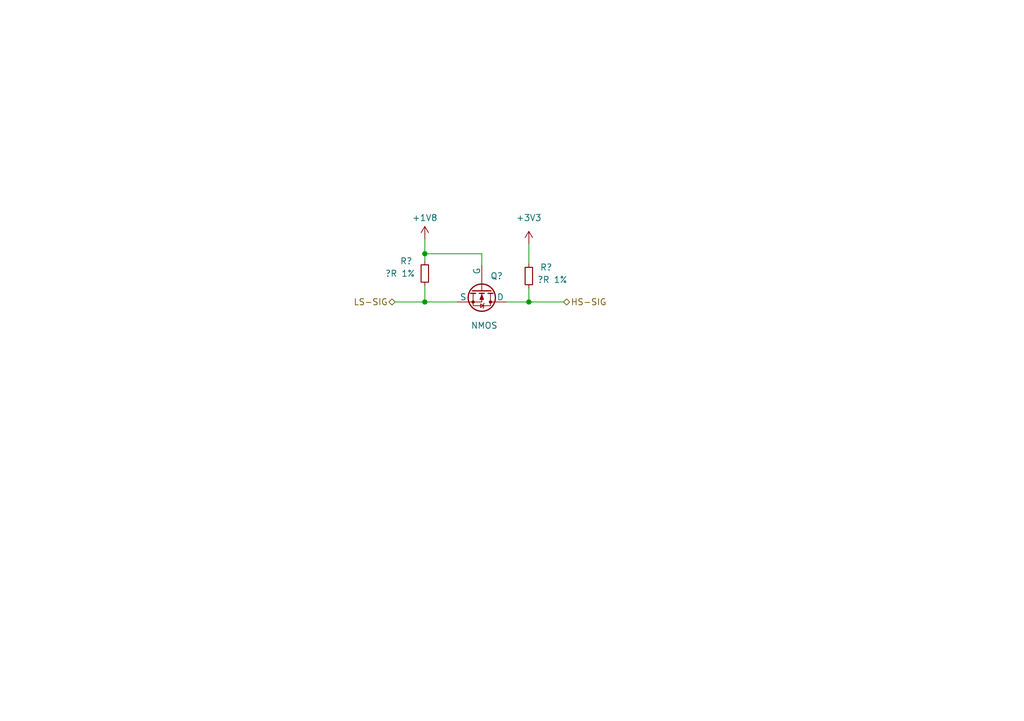
<source format=kicad_sch>
(kicad_sch (version 20231120) (generator "eeschema") (generator_version "8.0")
  (paper "A5")
  (lib_symbols
    (symbol "Device:R_Small" (pin_numbers hide) (pin_names (offset 0.254) hide)
      (property "Reference" "R" (at 0.762 0.508 0))
      (property "Value" "R_Small" (at 0.762 -1.016 0))
      (symbol "R_Small_0_1"
        (rectangle (start -0.762 1.778) (end 0.762 -1.778) (stroke (width 0.2032)))
      )
      (symbol "R_Small_1_1"
        (pin passive line (at 0 2.54 270) (length 0.762) (name "~") (number "1"))
        (pin passive line (at 0 -2.54 90) (length 0.762) (name "~") (number "2"))
      )
    )
    (symbol "Simulation_SPICE:NMOS" (pin_numbers hide) (pin_names (offset 0))
      (property "Reference" "Q" (at 5.08 1.27 0))
      (property "Value" "NMOS" (at 5.08 -1.27 0))
      (symbol "NMOS_0_1"
        (polyline (pts (xy 0.254 0) (xy -2.54 0)))
        (polyline (pts (xy 0.254 1.905) (xy 0.254 -1.905)) (stroke (width 0.254)))
        (polyline (pts (xy 0.762 -1.27) (xy 0.762 -2.286)) (stroke (width 0.254)))
        (polyline (pts (xy 0.762 0.508) (xy 0.762 -0.508)) (stroke (width 0.254)))
        (polyline (pts (xy 0.762 2.286) (xy 0.762 1.27)) (stroke (width 0.254)))
        (polyline (pts (xy 2.54 2.54) (xy 2.54 1.778)))
        (polyline (pts (xy 2.54 -2.54) (xy 2.54 0) (xy 0.762 0)))
        (polyline (pts (xy 0.762 -1.778) (xy 3.302 -1.778) (xy 3.302 1.778) (xy 0.762 1.778)))
        (polyline (pts (xy 1.016 0) (xy 2.032 0.381) (xy 2.032 -0.381) (xy 1.016 0)) (fill (type outline)))
        (polyline (pts (xy 2.794 0.508) (xy 2.921 0.381) (xy 3.683 0.381) (xy 3.81 0.254)))
        (polyline (pts (xy 3.302 0.381) (xy 2.921 -0.254) (xy 3.683 -0.254) (xy 3.302 0.381)))
        (circle (center 1.651 0) (radius 2.794) (stroke (width 0.254)))
        (circle (center 2.54 -1.778) (radius 0.254) (fill (type outline)))
        (circle (center 2.54 1.778) (radius 0.254) (fill (type outline)))
      )
      (symbol "NMOS_1_1"
        (pin passive line (at 2.54 5.08 270) (length 2.54) (name "D") (number "1"))
        (pin input line (at -5.08 0 0) (length 2.54) (name "G") (number "2"))
        (pin passive line (at 2.54 -5.08 90) (length 2.54) (name "S") (number "3"))
      )
    )
    (symbol "power:VCC" (power) (pin_numbers hide) (pin_names (offset 0) hide)
      (property "Value" "VCC" (at 0 3.556 0))
      (symbol "VCC_0_1"
        (polyline (pts (xy -0.762 1.27) (xy 0 2.54)))
        (polyline (pts (xy 0 0) (xy 0 2.54)))
        (polyline (pts (xy 0 2.54) (xy 0.762 1.27)))
      )
      (symbol "VCC_1_1"
        (pin power_in line (at 0 0 90) (length 0) (name "~") (number "1"))
      )
    )
  )
  (junction (at 108.458 61.976))
  (junction (at 87.122 52.07))
  (junction (at 87.122 61.976))
  (wire (pts (xy 98.806 52.07) (xy 87.122 52.07)))
  (wire (pts (xy 108.458 61.976) (xy 103.886 61.976)))
  (wire (pts (xy 108.458 50.038) (xy 108.458 54.102)))
  (wire (pts (xy 108.458 61.976) (xy 115.57 61.976)))
  (wire (pts (xy 108.458 59.182) (xy 108.458 61.976)))
  (wire (pts (xy 87.122 61.976) (xy 93.726 61.976)))
  (wire (pts (xy 87.122 52.07) (xy 87.122 53.594)))
  (wire (pts (xy 98.806 54.356) (xy 98.806 52.07)))
  (wire (pts (xy 87.122 49.022) (xy 87.122 52.07)))
  (wire (pts (xy 81.026 61.976) (xy 87.122 61.976)))
  (wire (pts (xy 87.122 58.674) (xy 87.122 61.976)))
  (hierarchical_label "HS-SIG" (shape bidirectional) (at 115.57 61.976 0))
  (hierarchical_label "LS-SIG" (shape bidirectional) (at 81.026 61.976 180))
  (symbol (lib_id "Device:R_Small") (at 87.122 56.134 180) (unit 1)
    (property "Reference" "R?" (at 83.312 53.594 0))
    (property "Value" "?R 1%" (at 82.042 56.134 0))
    (property "Description" "Resistor, small symbol" (effects (hide yes)))
  )
  (symbol (lib_id "Simulation_SPICE:NMOS") (at 98.806 59.436 270) (unit 1)
    (property "Reference" "Q?" (at 101.854 56.642 90))
    (property "Value" "NMOS" (at 99.314 66.802 90))
    (property "Datasheet" "https://ngspice.sourceforge.io/docs/ngspice-html-manual/manual.xhtml#cha_MOSFETs" (effects (hide yes)))
    (property "Description" "N-MOSFET transistor, drain/source/gate" (effects (hide yes)))
    (property "Sim.Device" "NMOS" (effects (hide yes)))
    (property "Sim.Type" "VDMOS" (effects (hide yes)))
    (property "Sim.Pins" "1=D 2=G 3=S" (effects (hide yes)))
  )
  (symbol (lib_id "power:VCC") (at 87.122 49.022 0) (unit 1)
    (property "Reference" "#PWR063" (effects (hide yes)))
    (property "Value" "+1V8" (at 87.122 44.704 0))
    (property "Description" "Power symbol creates a global label with name \"VCC\"" (effects (hide yes)))
  )
  (symbol (lib_id "Device:R_Small") (at 108.458 56.642 180) (unit 1)
    (property "Reference" "R?" (at 112.014 54.864 0))
    (property "Value" "?R 1%" (at 113.284 57.404 0))
    (property "Description" "Resistor, small symbol" (effects (hide yes)))
  )
  (symbol (lib_id "power:VCC") (at 108.458 50.038 0) (unit 1)
    (property "Reference" "#PWR064" (effects (hide yes)))
    (property "Value" "+3V3" (at 108.458 44.704 0))
    (property "Description" "Power symbol creates a global label with name \"VCC\"" (effects (hide yes)))
  )
)
</source>
